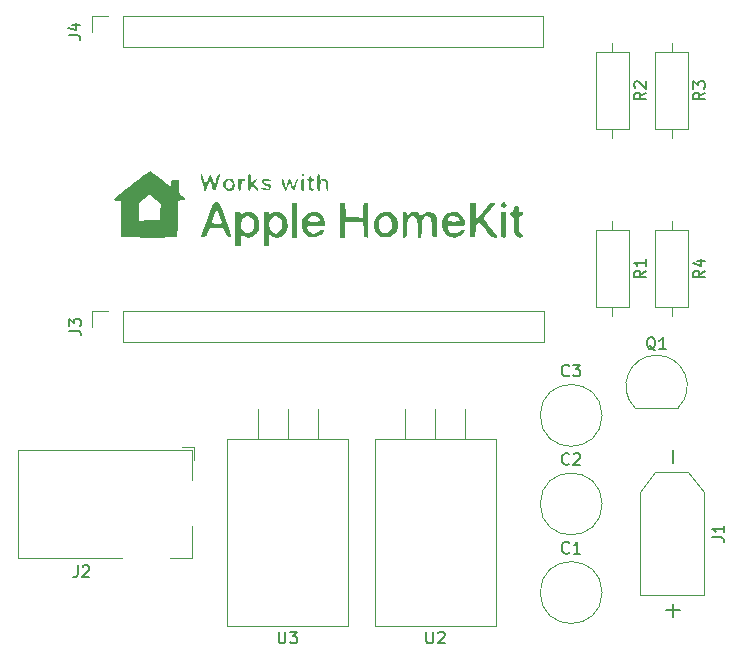
<source format=gbr>
%TF.GenerationSoftware,KiCad,Pcbnew,7.0.7*%
%TF.CreationDate,2023-09-17T16:53:54-03:00*%
%TF.ProjectId,nihon_lamp,6e69686f-6e5f-46c6-916d-702e6b696361,rev?*%
%TF.SameCoordinates,Original*%
%TF.FileFunction,Legend,Top*%
%TF.FilePolarity,Positive*%
%FSLAX46Y46*%
G04 Gerber Fmt 4.6, Leading zero omitted, Abs format (unit mm)*
G04 Created by KiCad (PCBNEW 7.0.7) date 2023-09-17 16:53:54*
%MOMM*%
%LPD*%
G01*
G04 APERTURE LIST*
%ADD10C,0.150000*%
%ADD11C,0.120000*%
G04 APERTURE END LIST*
D10*
X150324819Y-77666666D02*
X149848628Y-77999999D01*
X150324819Y-78238094D02*
X149324819Y-78238094D01*
X149324819Y-78238094D02*
X149324819Y-77857142D01*
X149324819Y-77857142D02*
X149372438Y-77761904D01*
X149372438Y-77761904D02*
X149420057Y-77714285D01*
X149420057Y-77714285D02*
X149515295Y-77666666D01*
X149515295Y-77666666D02*
X149658152Y-77666666D01*
X149658152Y-77666666D02*
X149753390Y-77714285D01*
X149753390Y-77714285D02*
X149801009Y-77761904D01*
X149801009Y-77761904D02*
X149848628Y-77857142D01*
X149848628Y-77857142D02*
X149848628Y-78238094D01*
X149324819Y-77333332D02*
X149324819Y-76714285D01*
X149324819Y-76714285D02*
X149705771Y-77047618D01*
X149705771Y-77047618D02*
X149705771Y-76904761D01*
X149705771Y-76904761D02*
X149753390Y-76809523D01*
X149753390Y-76809523D02*
X149801009Y-76761904D01*
X149801009Y-76761904D02*
X149896247Y-76714285D01*
X149896247Y-76714285D02*
X150134342Y-76714285D01*
X150134342Y-76714285D02*
X150229580Y-76761904D01*
X150229580Y-76761904D02*
X150277200Y-76809523D01*
X150277200Y-76809523D02*
X150324819Y-76904761D01*
X150324819Y-76904761D02*
X150324819Y-77190475D01*
X150324819Y-77190475D02*
X150277200Y-77285713D01*
X150277200Y-77285713D02*
X150229580Y-77333332D01*
X96444819Y-72833333D02*
X97159104Y-72833333D01*
X97159104Y-72833333D02*
X97301961Y-72880952D01*
X97301961Y-72880952D02*
X97397200Y-72976190D01*
X97397200Y-72976190D02*
X97444819Y-73119047D01*
X97444819Y-73119047D02*
X97444819Y-73214285D01*
X96778152Y-71928571D02*
X97444819Y-71928571D01*
X96397200Y-72166666D02*
X97111485Y-72404761D01*
X97111485Y-72404761D02*
X97111485Y-71785714D01*
X145324819Y-92746666D02*
X144848628Y-93079999D01*
X145324819Y-93318094D02*
X144324819Y-93318094D01*
X144324819Y-93318094D02*
X144324819Y-92937142D01*
X144324819Y-92937142D02*
X144372438Y-92841904D01*
X144372438Y-92841904D02*
X144420057Y-92794285D01*
X144420057Y-92794285D02*
X144515295Y-92746666D01*
X144515295Y-92746666D02*
X144658152Y-92746666D01*
X144658152Y-92746666D02*
X144753390Y-92794285D01*
X144753390Y-92794285D02*
X144801009Y-92841904D01*
X144801009Y-92841904D02*
X144848628Y-92937142D01*
X144848628Y-92937142D02*
X144848628Y-93318094D01*
X145324819Y-91794285D02*
X145324819Y-92365713D01*
X145324819Y-92079999D02*
X144324819Y-92079999D01*
X144324819Y-92079999D02*
X144467676Y-92175237D01*
X144467676Y-92175237D02*
X144562914Y-92270475D01*
X144562914Y-92270475D02*
X144610533Y-92365713D01*
X138833333Y-109109580D02*
X138785714Y-109157200D01*
X138785714Y-109157200D02*
X138642857Y-109204819D01*
X138642857Y-109204819D02*
X138547619Y-109204819D01*
X138547619Y-109204819D02*
X138404762Y-109157200D01*
X138404762Y-109157200D02*
X138309524Y-109061961D01*
X138309524Y-109061961D02*
X138261905Y-108966723D01*
X138261905Y-108966723D02*
X138214286Y-108776247D01*
X138214286Y-108776247D02*
X138214286Y-108633390D01*
X138214286Y-108633390D02*
X138261905Y-108442914D01*
X138261905Y-108442914D02*
X138309524Y-108347676D01*
X138309524Y-108347676D02*
X138404762Y-108252438D01*
X138404762Y-108252438D02*
X138547619Y-108204819D01*
X138547619Y-108204819D02*
X138642857Y-108204819D01*
X138642857Y-108204819D02*
X138785714Y-108252438D01*
X138785714Y-108252438D02*
X138833333Y-108300057D01*
X139214286Y-108300057D02*
X139261905Y-108252438D01*
X139261905Y-108252438D02*
X139357143Y-108204819D01*
X139357143Y-108204819D02*
X139595238Y-108204819D01*
X139595238Y-108204819D02*
X139690476Y-108252438D01*
X139690476Y-108252438D02*
X139738095Y-108300057D01*
X139738095Y-108300057D02*
X139785714Y-108395295D01*
X139785714Y-108395295D02*
X139785714Y-108490533D01*
X139785714Y-108490533D02*
X139738095Y-108633390D01*
X139738095Y-108633390D02*
X139166667Y-109204819D01*
X139166667Y-109204819D02*
X139785714Y-109204819D01*
X126738095Y-123304819D02*
X126738095Y-124114342D01*
X126738095Y-124114342D02*
X126785714Y-124209580D01*
X126785714Y-124209580D02*
X126833333Y-124257200D01*
X126833333Y-124257200D02*
X126928571Y-124304819D01*
X126928571Y-124304819D02*
X127119047Y-124304819D01*
X127119047Y-124304819D02*
X127214285Y-124257200D01*
X127214285Y-124257200D02*
X127261904Y-124209580D01*
X127261904Y-124209580D02*
X127309523Y-124114342D01*
X127309523Y-124114342D02*
X127309523Y-123304819D01*
X127738095Y-123400057D02*
X127785714Y-123352438D01*
X127785714Y-123352438D02*
X127880952Y-123304819D01*
X127880952Y-123304819D02*
X128119047Y-123304819D01*
X128119047Y-123304819D02*
X128214285Y-123352438D01*
X128214285Y-123352438D02*
X128261904Y-123400057D01*
X128261904Y-123400057D02*
X128309523Y-123495295D01*
X128309523Y-123495295D02*
X128309523Y-123590533D01*
X128309523Y-123590533D02*
X128261904Y-123733390D01*
X128261904Y-123733390D02*
X127690476Y-124304819D01*
X127690476Y-124304819D02*
X128309523Y-124304819D01*
X138833333Y-101609580D02*
X138785714Y-101657200D01*
X138785714Y-101657200D02*
X138642857Y-101704819D01*
X138642857Y-101704819D02*
X138547619Y-101704819D01*
X138547619Y-101704819D02*
X138404762Y-101657200D01*
X138404762Y-101657200D02*
X138309524Y-101561961D01*
X138309524Y-101561961D02*
X138261905Y-101466723D01*
X138261905Y-101466723D02*
X138214286Y-101276247D01*
X138214286Y-101276247D02*
X138214286Y-101133390D01*
X138214286Y-101133390D02*
X138261905Y-100942914D01*
X138261905Y-100942914D02*
X138309524Y-100847676D01*
X138309524Y-100847676D02*
X138404762Y-100752438D01*
X138404762Y-100752438D02*
X138547619Y-100704819D01*
X138547619Y-100704819D02*
X138642857Y-100704819D01*
X138642857Y-100704819D02*
X138785714Y-100752438D01*
X138785714Y-100752438D02*
X138833333Y-100800057D01*
X139166667Y-100704819D02*
X139785714Y-100704819D01*
X139785714Y-100704819D02*
X139452381Y-101085771D01*
X139452381Y-101085771D02*
X139595238Y-101085771D01*
X139595238Y-101085771D02*
X139690476Y-101133390D01*
X139690476Y-101133390D02*
X139738095Y-101181009D01*
X139738095Y-101181009D02*
X139785714Y-101276247D01*
X139785714Y-101276247D02*
X139785714Y-101514342D01*
X139785714Y-101514342D02*
X139738095Y-101609580D01*
X139738095Y-101609580D02*
X139690476Y-101657200D01*
X139690476Y-101657200D02*
X139595238Y-101704819D01*
X139595238Y-101704819D02*
X139309524Y-101704819D01*
X139309524Y-101704819D02*
X139214286Y-101657200D01*
X139214286Y-101657200D02*
X139166667Y-101609580D01*
X114238095Y-123304819D02*
X114238095Y-124114342D01*
X114238095Y-124114342D02*
X114285714Y-124209580D01*
X114285714Y-124209580D02*
X114333333Y-124257200D01*
X114333333Y-124257200D02*
X114428571Y-124304819D01*
X114428571Y-124304819D02*
X114619047Y-124304819D01*
X114619047Y-124304819D02*
X114714285Y-124257200D01*
X114714285Y-124257200D02*
X114761904Y-124209580D01*
X114761904Y-124209580D02*
X114809523Y-124114342D01*
X114809523Y-124114342D02*
X114809523Y-123304819D01*
X115190476Y-123304819D02*
X115809523Y-123304819D01*
X115809523Y-123304819D02*
X115476190Y-123685771D01*
X115476190Y-123685771D02*
X115619047Y-123685771D01*
X115619047Y-123685771D02*
X115714285Y-123733390D01*
X115714285Y-123733390D02*
X115761904Y-123781009D01*
X115761904Y-123781009D02*
X115809523Y-123876247D01*
X115809523Y-123876247D02*
X115809523Y-124114342D01*
X115809523Y-124114342D02*
X115761904Y-124209580D01*
X115761904Y-124209580D02*
X115714285Y-124257200D01*
X115714285Y-124257200D02*
X115619047Y-124304819D01*
X115619047Y-124304819D02*
X115333333Y-124304819D01*
X115333333Y-124304819D02*
X115238095Y-124257200D01*
X115238095Y-124257200D02*
X115190476Y-124209580D01*
X138833333Y-116609580D02*
X138785714Y-116657200D01*
X138785714Y-116657200D02*
X138642857Y-116704819D01*
X138642857Y-116704819D02*
X138547619Y-116704819D01*
X138547619Y-116704819D02*
X138404762Y-116657200D01*
X138404762Y-116657200D02*
X138309524Y-116561961D01*
X138309524Y-116561961D02*
X138261905Y-116466723D01*
X138261905Y-116466723D02*
X138214286Y-116276247D01*
X138214286Y-116276247D02*
X138214286Y-116133390D01*
X138214286Y-116133390D02*
X138261905Y-115942914D01*
X138261905Y-115942914D02*
X138309524Y-115847676D01*
X138309524Y-115847676D02*
X138404762Y-115752438D01*
X138404762Y-115752438D02*
X138547619Y-115704819D01*
X138547619Y-115704819D02*
X138642857Y-115704819D01*
X138642857Y-115704819D02*
X138785714Y-115752438D01*
X138785714Y-115752438D02*
X138833333Y-115800057D01*
X139785714Y-116704819D02*
X139214286Y-116704819D01*
X139500000Y-116704819D02*
X139500000Y-115704819D01*
X139500000Y-115704819D02*
X139404762Y-115847676D01*
X139404762Y-115847676D02*
X139309524Y-115942914D01*
X139309524Y-115942914D02*
X139214286Y-115990533D01*
X96484819Y-97833333D02*
X97199104Y-97833333D01*
X97199104Y-97833333D02*
X97341961Y-97880952D01*
X97341961Y-97880952D02*
X97437200Y-97976190D01*
X97437200Y-97976190D02*
X97484819Y-98119047D01*
X97484819Y-98119047D02*
X97484819Y-98214285D01*
X96484819Y-97452380D02*
X96484819Y-96833333D01*
X96484819Y-96833333D02*
X96865771Y-97166666D01*
X96865771Y-97166666D02*
X96865771Y-97023809D01*
X96865771Y-97023809D02*
X96913390Y-96928571D01*
X96913390Y-96928571D02*
X96961009Y-96880952D01*
X96961009Y-96880952D02*
X97056247Y-96833333D01*
X97056247Y-96833333D02*
X97294342Y-96833333D01*
X97294342Y-96833333D02*
X97389580Y-96880952D01*
X97389580Y-96880952D02*
X97437200Y-96928571D01*
X97437200Y-96928571D02*
X97484819Y-97023809D01*
X97484819Y-97023809D02*
X97484819Y-97309523D01*
X97484819Y-97309523D02*
X97437200Y-97404761D01*
X97437200Y-97404761D02*
X97389580Y-97452380D01*
X150324819Y-92746666D02*
X149848628Y-93079999D01*
X150324819Y-93318094D02*
X149324819Y-93318094D01*
X149324819Y-93318094D02*
X149324819Y-92937142D01*
X149324819Y-92937142D02*
X149372438Y-92841904D01*
X149372438Y-92841904D02*
X149420057Y-92794285D01*
X149420057Y-92794285D02*
X149515295Y-92746666D01*
X149515295Y-92746666D02*
X149658152Y-92746666D01*
X149658152Y-92746666D02*
X149753390Y-92794285D01*
X149753390Y-92794285D02*
X149801009Y-92841904D01*
X149801009Y-92841904D02*
X149848628Y-92937142D01*
X149848628Y-92937142D02*
X149848628Y-93318094D01*
X149658152Y-91889523D02*
X150324819Y-91889523D01*
X149277200Y-92127618D02*
X149991485Y-92365713D01*
X149991485Y-92365713D02*
X149991485Y-91746666D01*
X150954819Y-115333333D02*
X151669104Y-115333333D01*
X151669104Y-115333333D02*
X151811961Y-115380952D01*
X151811961Y-115380952D02*
X151907200Y-115476190D01*
X151907200Y-115476190D02*
X151954819Y-115619047D01*
X151954819Y-115619047D02*
X151954819Y-115714285D01*
X151954819Y-114333333D02*
X151954819Y-114904761D01*
X151954819Y-114619047D02*
X150954819Y-114619047D01*
X150954819Y-114619047D02*
X151097676Y-114714285D01*
X151097676Y-114714285D02*
X151192914Y-114809523D01*
X151192914Y-114809523D02*
X151240533Y-114904761D01*
X147614700Y-122071428D02*
X147614700Y-120928571D01*
X148186128Y-121499999D02*
X147043271Y-121499999D01*
X147614700Y-109071428D02*
X147614700Y-107928571D01*
X97216666Y-117704819D02*
X97216666Y-118419104D01*
X97216666Y-118419104D02*
X97169047Y-118561961D01*
X97169047Y-118561961D02*
X97073809Y-118657200D01*
X97073809Y-118657200D02*
X96930952Y-118704819D01*
X96930952Y-118704819D02*
X96835714Y-118704819D01*
X97645238Y-117800057D02*
X97692857Y-117752438D01*
X97692857Y-117752438D02*
X97788095Y-117704819D01*
X97788095Y-117704819D02*
X98026190Y-117704819D01*
X98026190Y-117704819D02*
X98121428Y-117752438D01*
X98121428Y-117752438D02*
X98169047Y-117800057D01*
X98169047Y-117800057D02*
X98216666Y-117895295D01*
X98216666Y-117895295D02*
X98216666Y-117990533D01*
X98216666Y-117990533D02*
X98169047Y-118133390D01*
X98169047Y-118133390D02*
X97597619Y-118704819D01*
X97597619Y-118704819D02*
X98216666Y-118704819D01*
X145324819Y-77666666D02*
X144848628Y-77999999D01*
X145324819Y-78238094D02*
X144324819Y-78238094D01*
X144324819Y-78238094D02*
X144324819Y-77857142D01*
X144324819Y-77857142D02*
X144372438Y-77761904D01*
X144372438Y-77761904D02*
X144420057Y-77714285D01*
X144420057Y-77714285D02*
X144515295Y-77666666D01*
X144515295Y-77666666D02*
X144658152Y-77666666D01*
X144658152Y-77666666D02*
X144753390Y-77714285D01*
X144753390Y-77714285D02*
X144801009Y-77761904D01*
X144801009Y-77761904D02*
X144848628Y-77857142D01*
X144848628Y-77857142D02*
X144848628Y-78238094D01*
X144420057Y-77285713D02*
X144372438Y-77238094D01*
X144372438Y-77238094D02*
X144324819Y-77142856D01*
X144324819Y-77142856D02*
X144324819Y-76904761D01*
X144324819Y-76904761D02*
X144372438Y-76809523D01*
X144372438Y-76809523D02*
X144420057Y-76761904D01*
X144420057Y-76761904D02*
X144515295Y-76714285D01*
X144515295Y-76714285D02*
X144610533Y-76714285D01*
X144610533Y-76714285D02*
X144753390Y-76761904D01*
X144753390Y-76761904D02*
X145324819Y-77333332D01*
X145324819Y-77333332D02*
X145324819Y-76714285D01*
X146134761Y-99490057D02*
X146039523Y-99442438D01*
X146039523Y-99442438D02*
X145944285Y-99347200D01*
X145944285Y-99347200D02*
X145801428Y-99204342D01*
X145801428Y-99204342D02*
X145706190Y-99156723D01*
X145706190Y-99156723D02*
X145610952Y-99156723D01*
X145658571Y-99394819D02*
X145563333Y-99347200D01*
X145563333Y-99347200D02*
X145468095Y-99251961D01*
X145468095Y-99251961D02*
X145420476Y-99061485D01*
X145420476Y-99061485D02*
X145420476Y-98728152D01*
X145420476Y-98728152D02*
X145468095Y-98537676D01*
X145468095Y-98537676D02*
X145563333Y-98442438D01*
X145563333Y-98442438D02*
X145658571Y-98394819D01*
X145658571Y-98394819D02*
X145849047Y-98394819D01*
X145849047Y-98394819D02*
X145944285Y-98442438D01*
X145944285Y-98442438D02*
X146039523Y-98537676D01*
X146039523Y-98537676D02*
X146087142Y-98728152D01*
X146087142Y-98728152D02*
X146087142Y-99061485D01*
X146087142Y-99061485D02*
X146039523Y-99251961D01*
X146039523Y-99251961D02*
X145944285Y-99347200D01*
X145944285Y-99347200D02*
X145849047Y-99394819D01*
X145849047Y-99394819D02*
X145658571Y-99394819D01*
X147039523Y-99394819D02*
X146468095Y-99394819D01*
X146753809Y-99394819D02*
X146753809Y-98394819D01*
X146753809Y-98394819D02*
X146658571Y-98537676D01*
X146658571Y-98537676D02*
X146563333Y-98632914D01*
X146563333Y-98632914D02*
X146468095Y-98680533D01*
%TO.C,G\u002A\u002A\u002A*%
G36*
X110988104Y-87789677D02*
G01*
X111043812Y-87885801D01*
X111059168Y-87970272D01*
X111135306Y-87950390D01*
X111232614Y-87885801D01*
X111499000Y-87781604D01*
X111824995Y-87759834D01*
X112119410Y-87824911D01*
X112152866Y-87841177D01*
X112347843Y-88024370D01*
X112500633Y-88312931D01*
X112577520Y-88643105D01*
X112577624Y-88644359D01*
X112590328Y-89023442D01*
X112542887Y-89295609D01*
X112419043Y-89517530D01*
X112284080Y-89667467D01*
X111977372Y-89892445D01*
X111661545Y-89952404D01*
X111313722Y-89851102D01*
X111277424Y-89832833D01*
X111043812Y-89711375D01*
X111043812Y-90172021D01*
X111039401Y-90436418D01*
X111010712Y-90573389D01*
X110934561Y-90624837D01*
X110788963Y-90632667D01*
X110534113Y-90632667D01*
X110534113Y-89193334D01*
X110534113Y-88854667D01*
X111043812Y-88854667D01*
X111087024Y-89160403D01*
X111236012Y-89392225D01*
X111252326Y-89408849D01*
X111464137Y-89575295D01*
X111654702Y-89596892D01*
X111878344Y-89476256D01*
X111924329Y-89441188D01*
X112066382Y-89298861D01*
X112132372Y-89122592D01*
X112148160Y-88854667D01*
X112131300Y-88580584D01*
X112063486Y-88406235D01*
X111924329Y-88268145D01*
X111689466Y-88123195D01*
X111497068Y-88120027D01*
X111292811Y-88261256D01*
X111252326Y-88300485D01*
X111094197Y-88529865D01*
X111044032Y-88827349D01*
X111043812Y-88854667D01*
X110534113Y-88854667D01*
X110534113Y-87754000D01*
X110788963Y-87754000D01*
X110988104Y-87789677D01*
G37*
G36*
X113382538Y-87799444D02*
G01*
X113422408Y-87885801D01*
X113437764Y-87970272D01*
X113513902Y-87950390D01*
X113611209Y-87885801D01*
X113902662Y-87773266D01*
X114243970Y-87769667D01*
X114557451Y-87872059D01*
X114636574Y-87924657D01*
X114857264Y-88196330D01*
X114983629Y-88557277D01*
X115012496Y-88953870D01*
X114940691Y-89332483D01*
X114765040Y-89639489D01*
X114739642Y-89666187D01*
X114437788Y-89869829D01*
X114100958Y-89943586D01*
X113776670Y-89884595D01*
X113555773Y-89737492D01*
X113482626Y-89680001D01*
X113442476Y-89711106D01*
X113425637Y-89858486D01*
X113422408Y-90118619D01*
X113418034Y-90402234D01*
X113394024Y-90556084D01*
X113334044Y-90619706D01*
X113221758Y-90632638D01*
X113210033Y-90632667D01*
X112997659Y-90632667D01*
X112997659Y-89193334D01*
X112997659Y-88854667D01*
X113422408Y-88854667D01*
X113477908Y-89148718D01*
X113621216Y-89404693D01*
X113817546Y-89574586D01*
X113974582Y-89616667D01*
X114123391Y-89560330D01*
X114303459Y-89423260D01*
X114318242Y-89408849D01*
X114486721Y-89140515D01*
X114541549Y-88823744D01*
X114483504Y-88516452D01*
X114313365Y-88276554D01*
X114302925Y-88268145D01*
X114068062Y-88123195D01*
X113875664Y-88120027D01*
X113671406Y-88261256D01*
X113630921Y-88300485D01*
X113472793Y-88529865D01*
X113422627Y-88827349D01*
X113422408Y-88854667D01*
X112997659Y-88854667D01*
X112997659Y-87754000D01*
X113210033Y-87754000D01*
X113382538Y-87799444D01*
G37*
G36*
X103480809Y-84387256D02*
G01*
X103687653Y-84535993D01*
X103964509Y-84744597D01*
X104237711Y-84956638D01*
X104543283Y-85193569D01*
X104799299Y-85385869D01*
X104977109Y-85512425D01*
X105046578Y-85552667D01*
X105082233Y-85478974D01*
X105097321Y-85301462D01*
X105097324Y-85298667D01*
X105110743Y-85135800D01*
X105183457Y-85063399D01*
X105364158Y-85045068D01*
X105437123Y-85044667D01*
X105776923Y-85044667D01*
X105776923Y-85626420D01*
X105781064Y-85936133D01*
X105806301Y-86127260D01*
X105871855Y-86250538D01*
X105996947Y-86356704D01*
X106073619Y-86409586D01*
X106280644Y-86578537D01*
X106325842Y-86698387D01*
X106208286Y-86774416D01*
X106003968Y-86806611D01*
X105691973Y-86832889D01*
X105691973Y-88342719D01*
X105690171Y-88891552D01*
X105683448Y-89294029D01*
X105669829Y-89573102D01*
X105647339Y-89751723D01*
X105614001Y-89852845D01*
X105567840Y-89899420D01*
X105557600Y-89903942D01*
X105438844Y-89917312D01*
X105178442Y-89927984D01*
X104804624Y-89936002D01*
X104345621Y-89941409D01*
X103829664Y-89944248D01*
X103284984Y-89944561D01*
X102739812Y-89942393D01*
X102222379Y-89937787D01*
X101760915Y-89930785D01*
X101383652Y-89921431D01*
X101118821Y-89909767D01*
X100998495Y-89896971D01*
X100945202Y-89869401D01*
X100906315Y-89803036D01*
X100879605Y-89674544D01*
X100862843Y-89460594D01*
X100853802Y-89137853D01*
X100850253Y-88682990D01*
X100850055Y-88521729D01*
X102378929Y-88521729D01*
X103292140Y-88497698D01*
X104205351Y-88473667D01*
X104230130Y-87768613D01*
X104254909Y-87063558D01*
X103890331Y-86730800D01*
X103613244Y-86493006D01*
X103405905Y-86375307D01*
X103221662Y-86374453D01*
X103013862Y-86487189D01*
X102801786Y-86654913D01*
X102378929Y-87007768D01*
X102378929Y-87764749D01*
X102378929Y-88521729D01*
X100850055Y-88521729D01*
X100849832Y-88340459D01*
X100849832Y-86822667D01*
X100545429Y-86822667D01*
X100330093Y-86798482D01*
X100274094Y-86724984D01*
X100276249Y-86717349D01*
X100354676Y-86625531D01*
X100543530Y-86454368D01*
X100819447Y-86221922D01*
X101159063Y-85946258D01*
X101539014Y-85645439D01*
X101935935Y-85337529D01*
X102326463Y-85040590D01*
X102687233Y-84772686D01*
X102994883Y-84551882D01*
X103226047Y-84396239D01*
X103357362Y-84323822D01*
X103375247Y-84321417D01*
X103480809Y-84387256D01*
G37*
G36*
X115801003Y-88473667D02*
G01*
X115801003Y-89955334D01*
X115588628Y-89955334D01*
X115376254Y-89955334D01*
X115376254Y-88473667D01*
X115376254Y-86992000D01*
X115588628Y-86992000D01*
X115801003Y-86992000D01*
X115801003Y-88473667D01*
G37*
G36*
X117513011Y-87820022D02*
G01*
X117813461Y-87974669D01*
X117956903Y-88131184D01*
X118059265Y-88347756D01*
X118137119Y-88613874D01*
X118140398Y-88630622D01*
X118198507Y-88939334D01*
X117424504Y-88939334D01*
X117058596Y-88942098D01*
X116830410Y-88955082D01*
X116707794Y-88985318D01*
X116658602Y-89039840D01*
X116650501Y-89108667D01*
X116724320Y-89325254D01*
X116905525Y-89511894D01*
X117133742Y-89611864D01*
X117191219Y-89616667D01*
X117401403Y-89564945D01*
X117608130Y-89447334D01*
X117822530Y-89317485D01*
X117991390Y-89282507D01*
X118078661Y-89344705D01*
X118079640Y-89417194D01*
X117965664Y-89603044D01*
X117733759Y-89765187D01*
X117435855Y-89883721D01*
X117123879Y-89938745D01*
X116849761Y-89910354D01*
X116820401Y-89899813D01*
X116515970Y-89695332D01*
X116306481Y-89388232D01*
X116198914Y-89020766D01*
X116200248Y-88635186D01*
X116236164Y-88524435D01*
X116678298Y-88524435D01*
X116810402Y-88579845D01*
X117094917Y-88599858D01*
X117200009Y-88600667D01*
X117495295Y-88595658D01*
X117653950Y-88574056D01*
X117709111Y-88525999D01*
X117697838Y-88452500D01*
X117540627Y-88220633D01*
X117304042Y-88107916D01*
X117039592Y-88125532D01*
X116820401Y-88262000D01*
X116685874Y-88422273D01*
X116678298Y-88524435D01*
X116236164Y-88524435D01*
X116317462Y-88273745D01*
X116509941Y-88020300D01*
X116809885Y-87838901D01*
X117161364Y-87773454D01*
X117513011Y-87820022D01*
G37*
G36*
X119770499Y-87001816D02*
G01*
X119835037Y-87055386D01*
X119869885Y-87188896D01*
X119888814Y-87438533D01*
X119896111Y-87605834D01*
X119921070Y-88219667D01*
X120664381Y-88244130D01*
X121407692Y-88268593D01*
X121407692Y-87630296D01*
X121410306Y-87306287D01*
X121426039Y-87116028D01*
X121466729Y-87023943D01*
X121544213Y-86994454D01*
X121620067Y-86992000D01*
X121832441Y-86992000D01*
X121832441Y-88479555D01*
X121832441Y-89967111D01*
X121641304Y-89940055D01*
X121544338Y-89913137D01*
X121484818Y-89841976D01*
X121451250Y-89690213D01*
X121432143Y-89421487D01*
X121425356Y-89256834D01*
X121400545Y-88600667D01*
X120639570Y-88600667D01*
X119878595Y-88600667D01*
X119878595Y-89278000D01*
X119876332Y-89613930D01*
X119862321Y-89815077D01*
X119825729Y-89915992D01*
X119755723Y-89951224D01*
X119666220Y-89955334D01*
X119453846Y-89955334D01*
X119453846Y-88473667D01*
X119453846Y-86992000D01*
X119662499Y-86992000D01*
X119770499Y-87001816D01*
G37*
G36*
X123638640Y-87820121D02*
G01*
X123939492Y-87957583D01*
X123989353Y-87999284D01*
X124237471Y-88326818D01*
X124353076Y-88692411D01*
X124345856Y-89062684D01*
X124225499Y-89404259D01*
X124001694Y-89683758D01*
X123684129Y-89867802D01*
X123431707Y-89920459D01*
X123173829Y-89928246D01*
X122975316Y-89910762D01*
X122936789Y-89900008D01*
X122628698Y-89693828D01*
X122419014Y-89386342D01*
X122314029Y-89018529D01*
X122315488Y-88924548D01*
X122719061Y-88924548D01*
X122766673Y-89150347D01*
X122925202Y-89446739D01*
X123141330Y-89594553D01*
X123391891Y-89587107D01*
X123653717Y-89417716D01*
X123662724Y-89408849D01*
X123830356Y-89131664D01*
X123872699Y-88797435D01*
X123787995Y-88465370D01*
X123695172Y-88315752D01*
X123476678Y-88135569D01*
X123246973Y-88098190D01*
X123031208Y-88181005D01*
X122854533Y-88361408D01*
X122742101Y-88616791D01*
X122719061Y-88924548D01*
X122315488Y-88924548D01*
X122320039Y-88631369D01*
X122443337Y-88265842D01*
X122645354Y-88002486D01*
X122926378Y-87842728D01*
X123279204Y-87781888D01*
X123638640Y-87820121D01*
G37*
G36*
X126009009Y-87818266D02*
G01*
X126136133Y-87916367D01*
X126239232Y-88020676D01*
X126330493Y-88025094D01*
X126479454Y-87928505D01*
X126503999Y-87910449D01*
X126797950Y-87779915D01*
X127064516Y-87769249D01*
X127321618Y-87833046D01*
X127502946Y-87988106D01*
X127616590Y-88252760D01*
X127670636Y-88645338D01*
X127674220Y-89151000D01*
X127661582Y-89511711D01*
X127643198Y-89735703D01*
X127609023Y-89855538D01*
X127549012Y-89903774D01*
X127453120Y-89912973D01*
X127439130Y-89913000D01*
X127340569Y-89906744D01*
X127277355Y-89866844D01*
X127240197Y-89761603D01*
X127219803Y-89559326D01*
X127206881Y-89228314D01*
X127203348Y-89108667D01*
X127185142Y-88706593D01*
X127154664Y-88441668D01*
X127106106Y-88281830D01*
X127038450Y-88198500D01*
X126827724Y-88100896D01*
X126630043Y-88156803D01*
X126504682Y-88262000D01*
X126421277Y-88369287D01*
X126370098Y-88514704D01*
X126343811Y-88738456D01*
X126335081Y-89080748D01*
X126334782Y-89193334D01*
X126331943Y-89555368D01*
X126318636Y-89780331D01*
X126287674Y-89900450D01*
X126231872Y-89947954D01*
X126164883Y-89955334D01*
X126085839Y-89943162D01*
X126035986Y-89885683D01*
X126008666Y-89751450D01*
X125997219Y-89509014D01*
X125994983Y-89152952D01*
X125992318Y-88777122D01*
X125978663Y-88532993D01*
X125945531Y-88382952D01*
X125884432Y-88289384D01*
X125786879Y-88214676D01*
X125782608Y-88211881D01*
X125615841Y-88122387D01*
X125484654Y-88137230D01*
X125361049Y-88209798D01*
X125261756Y-88287192D01*
X125198209Y-88387594D01*
X125160705Y-88549208D01*
X125139541Y-88810239D01*
X125127437Y-89129702D01*
X125113353Y-89497874D01*
X125093118Y-89729896D01*
X125057910Y-89858932D01*
X124998907Y-89918144D01*
X124911873Y-89940055D01*
X124834147Y-89945974D01*
X124780997Y-89920226D01*
X124747751Y-89836438D01*
X124729741Y-89668236D01*
X124722297Y-89389247D01*
X124720749Y-88973098D01*
X124720735Y-88860555D01*
X124722163Y-88409820D01*
X124729199Y-88101496D01*
X124745977Y-87908670D01*
X124776630Y-87804425D01*
X124825290Y-87761846D01*
X124890635Y-87754000D01*
X125029725Y-87810610D01*
X125060535Y-87939298D01*
X125060535Y-88124597D01*
X125233744Y-87939298D01*
X125465128Y-87794197D01*
X125746270Y-87753275D01*
X126009009Y-87818266D01*
G37*
G36*
X129361028Y-87810525D02*
G01*
X129694734Y-88037836D01*
X129698796Y-88041867D01*
X129871097Y-88247555D01*
X129974410Y-88436443D01*
X129987625Y-88500609D01*
X130013141Y-88714192D01*
X130039189Y-88805409D01*
X130043380Y-88869071D01*
X129977461Y-88908963D01*
X129812983Y-88930364D01*
X129521496Y-88938548D01*
X129317115Y-88939334D01*
X128952585Y-88941078D01*
X128725457Y-88952106D01*
X128603236Y-88981105D01*
X128553425Y-89036765D01*
X128543529Y-89127775D01*
X128543478Y-89146199D01*
X128615303Y-89375425D01*
X128797756Y-89532179D01*
X129041307Y-89600500D01*
X129296424Y-89564426D01*
X129477926Y-89447334D01*
X129631214Y-89342868D01*
X129807348Y-89281472D01*
X129945445Y-89277650D01*
X129987625Y-89325900D01*
X129915813Y-89514673D01*
X129733597Y-89705859D01*
X129516292Y-89835501D01*
X129145655Y-89941062D01*
X128811607Y-89913545D01*
X128570746Y-89818741D01*
X128299239Y-89599977D01*
X128127866Y-89287927D01*
X128056192Y-88924575D01*
X128083780Y-88551899D01*
X128139977Y-88400749D01*
X128553787Y-88400749D01*
X128558636Y-88514469D01*
X128718542Y-88579312D01*
X129038673Y-88600642D01*
X129053177Y-88600667D01*
X129374681Y-88584633D01*
X129540645Y-88537548D01*
X129562876Y-88501500D01*
X129490285Y-88300614D01*
X129307853Y-88164472D01*
X129068595Y-88109562D01*
X128825526Y-88152370D01*
X128698829Y-88232789D01*
X128553787Y-88400749D01*
X128139977Y-88400749D01*
X128210197Y-88211882D01*
X128435005Y-87946504D01*
X128591141Y-87851716D01*
X128990792Y-87748078D01*
X129361028Y-87810525D01*
G37*
G36*
X130924197Y-87690500D02*
G01*
X130926321Y-88389000D01*
X131243073Y-88050334D01*
X131495372Y-87773731D01*
X131766165Y-87466898D01*
X131870444Y-87345476D01*
X132075576Y-87126527D01*
X132236511Y-87022561D01*
X132399226Y-87005044D01*
X132416188Y-87006809D01*
X132522331Y-87023717D01*
X132566266Y-87059983D01*
X132536306Y-87140749D01*
X132420767Y-87291160D01*
X132207965Y-87536359D01*
X132127969Y-87627000D01*
X131899399Y-87892994D01*
X131721104Y-88114074D01*
X131618346Y-88258225D01*
X131603149Y-88292167D01*
X131651672Y-88385487D01*
X131783803Y-88579853D01*
X131977412Y-88843769D01*
X132138555Y-89054167D01*
X132420315Y-89416776D01*
X132608197Y-89666221D01*
X132711789Y-89823649D01*
X132740679Y-89910208D01*
X132704456Y-89947045D01*
X132612709Y-89955309D01*
X132547147Y-89955334D01*
X132413754Y-89936549D01*
X132280873Y-89864220D01*
X132120459Y-89714388D01*
X131904470Y-89463090D01*
X131758838Y-89281787D01*
X131514867Y-88978857D01*
X131349599Y-88791679D01*
X131238964Y-88701167D01*
X131158892Y-88688232D01*
X131085311Y-88733788D01*
X131077027Y-88741147D01*
X130974861Y-88913082D01*
X130917274Y-89216486D01*
X130904637Y-89393527D01*
X130883170Y-89685020D01*
X130844684Y-89847117D01*
X130774623Y-89919739D01*
X130706203Y-89937738D01*
X130537403Y-89932074D01*
X130472591Y-89902461D01*
X130452650Y-89801794D01*
X130435499Y-89560999D01*
X130422319Y-89209275D01*
X130414296Y-88775820D01*
X130412374Y-88417222D01*
X130412374Y-86992000D01*
X130667224Y-86992000D01*
X130922073Y-86992000D01*
X130924197Y-87690500D01*
G37*
G36*
X133470568Y-88854667D02*
G01*
X133468770Y-89305283D01*
X133460851Y-89613329D01*
X133443026Y-89805552D01*
X133411513Y-89908700D01*
X133362524Y-89949520D01*
X133314827Y-89955334D01*
X133153301Y-89927692D01*
X133102452Y-89898889D01*
X133080744Y-89797040D01*
X133062883Y-89560510D01*
X133050652Y-89223940D01*
X133045834Y-88821969D01*
X133045819Y-88798222D01*
X133045819Y-87754000D01*
X133258194Y-87754000D01*
X133470568Y-87754000D01*
X133470568Y-88854667D01*
G37*
G36*
X134514320Y-87273338D02*
G01*
X134569844Y-87389546D01*
X134574916Y-87500000D01*
X134601616Y-87685920D01*
X134700958Y-87751380D01*
X134744816Y-87754000D01*
X134886793Y-87813869D01*
X134914715Y-87923334D01*
X134854647Y-88064838D01*
X134744816Y-88092667D01*
X134661940Y-88106155D01*
X134611441Y-88168774D01*
X134585411Y-88313760D01*
X134575940Y-88574346D01*
X134574916Y-88806628D01*
X134578914Y-89158763D01*
X134596194Y-89377487D01*
X134634688Y-89498638D01*
X134702327Y-89558053D01*
X134744816Y-89574334D01*
X134882898Y-89686592D01*
X134914715Y-89791706D01*
X134848133Y-89912923D01*
X134686520Y-89958145D01*
X134487078Y-89926563D01*
X134307007Y-89817372D01*
X134290758Y-89800500D01*
X134217273Y-89675364D01*
X134173258Y-89474582D01*
X134153118Y-89162468D01*
X134150167Y-88903574D01*
X134146602Y-88544337D01*
X134130916Y-88319718D01*
X134095621Y-88195063D01*
X134033231Y-88135719D01*
X133980267Y-88117199D01*
X133841452Y-88013678D01*
X133810368Y-87913459D01*
X133875065Y-87779200D01*
X133980267Y-87754000D01*
X134104629Y-87714084D01*
X134148414Y-87565567D01*
X134150167Y-87500000D01*
X134173024Y-87318473D01*
X134270188Y-87252066D01*
X134362542Y-87246000D01*
X134514320Y-87273338D01*
G37*
G36*
X109135803Y-86941210D02*
G01*
X109205704Y-87008751D01*
X109283305Y-87144991D01*
X109380558Y-87371644D01*
X109509416Y-87710424D01*
X109681831Y-88183044D01*
X109716976Y-88280037D01*
X109883318Y-88738832D01*
X110031298Y-89146332D01*
X110150552Y-89474047D01*
X110230715Y-89693487D01*
X110259599Y-89771581D01*
X110241321Y-89849894D01*
X110085141Y-89858491D01*
X110064687Y-89856248D01*
X109898769Y-89805589D01*
X109782959Y-89671371D01*
X109694427Y-89465169D01*
X109562117Y-89102004D01*
X108971800Y-89126502D01*
X108381483Y-89151000D01*
X108261421Y-89510834D01*
X108170312Y-89738127D01*
X108069738Y-89843436D01*
X107915646Y-89870562D01*
X107899523Y-89870667D01*
X107657687Y-89870667D01*
X107914769Y-89172167D01*
X108070191Y-88748640D01*
X108087306Y-88701825D01*
X108580267Y-88701825D01*
X108656694Y-88740721D01*
X108852098Y-88765405D01*
X109005016Y-88770000D01*
X109247402Y-88764765D01*
X109401182Y-88751382D01*
X109429766Y-88740921D01*
X109404458Y-88651863D01*
X109339919Y-88453316D01*
X109253221Y-88195554D01*
X109161439Y-87928852D01*
X109081646Y-87703484D01*
X109037089Y-87584667D01*
X108986600Y-87588346D01*
X108901853Y-87739058D01*
X108792032Y-88020130D01*
X108783159Y-88045659D01*
X108684234Y-88341060D01*
X108612010Y-88573334D01*
X108580620Y-88696772D01*
X108580267Y-88701825D01*
X108087306Y-88701825D01*
X108249264Y-88258809D01*
X108418005Y-87795659D01*
X108448521Y-87711667D01*
X108581358Y-87356287D01*
X108680888Y-87130683D01*
X108767617Y-87004012D01*
X108862049Y-86945433D01*
X108971291Y-86925370D01*
X109061650Y-86920654D01*
X109135803Y-86941210D01*
G37*
G36*
X133379634Y-86952971D02*
G01*
X133439710Y-87009625D01*
X133531776Y-87183669D01*
X133489055Y-87337318D01*
X133330947Y-87413969D01*
X133300669Y-87415334D01*
X133134978Y-87358045D01*
X133074011Y-87281768D01*
X133087355Y-87122570D01*
X133161627Y-87009625D01*
X133280430Y-86916476D01*
X133379634Y-86952971D01*
G37*
G36*
X110340191Y-85021538D02*
G01*
X110485774Y-85210999D01*
X110534100Y-85535655D01*
X110534113Y-85542300D01*
X110462136Y-85808629D01*
X110345312Y-85928866D01*
X110124565Y-86042934D01*
X109938162Y-86021945D01*
X109729390Y-85858966D01*
X109723229Y-85852849D01*
X109553015Y-85592606D01*
X109546000Y-85500718D01*
X109769696Y-85500718D01*
X109792344Y-85692221D01*
X109826198Y-85750222D01*
X109988461Y-85812275D01*
X110179788Y-85775800D01*
X110312168Y-85660846D01*
X110321739Y-85637334D01*
X110341888Y-85400392D01*
X110266987Y-85206179D01*
X110129085Y-85091425D01*
X109960234Y-85092859D01*
X109886222Y-85138240D01*
X109803891Y-85286461D01*
X109769696Y-85500718D01*
X109546000Y-85500718D01*
X109533474Y-85336626D01*
X109649123Y-85122410D01*
X109884482Y-84987456D01*
X110091827Y-84960000D01*
X110340191Y-85021538D01*
G37*
G36*
X117715257Y-84617821D02*
G01*
X117769491Y-84855624D01*
X117783851Y-85241585D01*
X117768225Y-85616167D01*
X117735662Y-85906726D01*
X117681498Y-86042961D01*
X117597850Y-86039329D01*
X117556633Y-86004222D01*
X117530601Y-85898814D01*
X117510881Y-85667653D01*
X117500709Y-85354294D01*
X117500000Y-85242222D01*
X117506110Y-84883352D01*
X117527711Y-84665179D01*
X117569709Y-84559398D01*
X117622296Y-84536667D01*
X117715257Y-84617821D01*
G37*
G36*
X109230251Y-84583024D02*
G01*
X109235232Y-84739696D01*
X109194524Y-84938288D01*
X109109896Y-85238093D01*
X109021271Y-85564813D01*
X109007739Y-85616167D01*
X108911868Y-85872166D01*
X108806827Y-85960218D01*
X108699238Y-85880976D01*
X108595724Y-85635091D01*
X108578211Y-85573834D01*
X108488457Y-85265292D01*
X108423314Y-85117736D01*
X108371181Y-85126708D01*
X108320456Y-85287751D01*
X108284797Y-85461117D01*
X108208412Y-85743761D01*
X108115935Y-85921531D01*
X108023777Y-85974226D01*
X107948350Y-85881641D01*
X107946792Y-85877208D01*
X107894026Y-85699656D01*
X107825056Y-85436984D01*
X107753032Y-85143673D01*
X107691105Y-84874206D01*
X107652425Y-84683063D01*
X107645819Y-84630279D01*
X107702417Y-84540950D01*
X107726494Y-84536667D01*
X107783729Y-84612702D01*
X107852001Y-84810624D01*
X107907957Y-85047253D01*
X107967781Y-85304546D01*
X108024024Y-85470078D01*
X108060894Y-85507851D01*
X108113124Y-85404052D01*
X108189990Y-85192814D01*
X108240468Y-85033345D01*
X108326915Y-84794840D01*
X108411102Y-84641324D01*
X108452843Y-84609904D01*
X108517211Y-84685702D01*
X108595712Y-84880622D01*
X108652999Y-85081265D01*
X108739221Y-85368043D01*
X108816372Y-85485797D01*
X108885055Y-85434561D01*
X108945876Y-85214370D01*
X108965171Y-85099034D01*
X109015541Y-84845096D01*
X109074844Y-84653013D01*
X109092885Y-84616626D01*
X109179537Y-84531667D01*
X109230251Y-84583024D01*
G37*
G36*
X111350931Y-84993563D02*
G01*
X111460372Y-85041988D01*
X111438789Y-85099722D01*
X111277424Y-85144612D01*
X111157947Y-85186292D01*
X111094460Y-85298089D01*
X111063677Y-85526056D01*
X111060395Y-85573834D01*
X111023264Y-85843999D01*
X110952547Y-85965164D01*
X110911733Y-85976000D01*
X110839075Y-85931836D01*
X110800588Y-85779599D01*
X110788973Y-85489677D01*
X110788963Y-85477981D01*
X110788963Y-84979962D01*
X111128762Y-84975288D01*
X111350931Y-84993563D01*
G37*
G36*
X111844736Y-84580901D02*
G01*
X111885079Y-84734512D01*
X111895995Y-84981167D01*
X111898680Y-85425667D01*
X112104295Y-85192834D01*
X112266665Y-85038637D01*
X112398809Y-84961902D01*
X112413743Y-84960000D01*
X112433804Y-85011411D01*
X112348931Y-85137919D01*
X112323847Y-85165528D01*
X112130118Y-85371055D01*
X112361596Y-85673528D01*
X112493920Y-85866473D01*
X112513419Y-85959503D01*
X112465337Y-85976000D01*
X112330602Y-85910906D01*
X112198447Y-85764334D01*
X112073973Y-85613119D01*
X111976302Y-85552667D01*
X111913911Y-85625135D01*
X111893311Y-85764334D01*
X111849002Y-85934572D01*
X111765886Y-85976000D01*
X111702180Y-85945275D01*
X111663190Y-85833433D01*
X111643692Y-85610973D01*
X111638461Y-85256334D01*
X111643901Y-84896538D01*
X111663704Y-84676331D01*
X111703093Y-84566210D01*
X111765886Y-84536667D01*
X111844736Y-84580901D01*
G37*
G36*
X113383941Y-84992797D02*
G01*
X113541114Y-85065509D01*
X113573423Y-85113671D01*
X113558797Y-85180990D01*
X113429313Y-85187269D01*
X113292990Y-85165708D01*
X113086644Y-85139080D01*
X113010111Y-85169206D01*
X113014991Y-85223704D01*
X113119318Y-85321362D01*
X113301991Y-85384165D01*
X113481128Y-85443971D01*
X113544822Y-85576693D01*
X113549832Y-85680498D01*
X113531499Y-85851297D01*
X113442617Y-85929027D01*
X113245237Y-85959115D01*
X112960461Y-85935239D01*
X112828771Y-85850216D01*
X112777303Y-85770095D01*
X112825405Y-85743546D01*
X113002386Y-85761698D01*
X113080955Y-85773891D01*
X113308811Y-85799914D01*
X113404488Y-85777053D01*
X113406173Y-85715791D01*
X113300643Y-85607227D01*
X113169300Y-85553077D01*
X112950415Y-85439485D01*
X112842456Y-85254802D01*
X112856032Y-85093357D01*
X112968947Y-85004669D01*
X113169067Y-84971833D01*
X113383941Y-84992797D01*
G37*
G36*
X114652610Y-85039974D02*
G01*
X114725060Y-85282485D01*
X114734936Y-85342639D01*
X114790485Y-85590130D01*
X114853499Y-85669763D01*
X114918267Y-85582504D01*
X114979080Y-85329318D01*
X114983825Y-85300543D01*
X115051620Y-85054937D01*
X115142480Y-84973553D01*
X115245634Y-85054672D01*
X115350309Y-85296574D01*
X115369933Y-85362167D01*
X115483800Y-85764334D01*
X115581235Y-85389543D01*
X115662661Y-85156473D01*
X115754956Y-85003761D01*
X115791226Y-84977359D01*
X115868557Y-84998222D01*
X115857449Y-85098150D01*
X115807360Y-85278436D01*
X115739076Y-85534717D01*
X115717835Y-85616167D01*
X115622386Y-85872569D01*
X115517400Y-85961175D01*
X115410086Y-85882698D01*
X115307653Y-85637849D01*
X115289669Y-85573834D01*
X115182915Y-85171667D01*
X115052296Y-85573834D01*
X114958483Y-85804989D01*
X114863432Y-85950405D01*
X114819250Y-85976000D01*
X114739057Y-85901627D01*
X114655014Y-85713698D01*
X114623321Y-85605901D01*
X114553997Y-85347105D01*
X114492440Y-85142549D01*
X114476723Y-85097901D01*
X114480919Y-84980926D01*
X114550496Y-84960000D01*
X114652610Y-85039974D01*
G37*
G36*
X116342217Y-84999014D02*
G01*
X116381942Y-85137314D01*
X116395401Y-85406792D01*
X116395652Y-85468000D01*
X116385866Y-85762973D01*
X116351175Y-85921342D01*
X116283580Y-85974998D01*
X116268227Y-85976000D01*
X116194237Y-85936987D01*
X116154513Y-85798686D01*
X116141054Y-85529208D01*
X116140802Y-85468000D01*
X116150588Y-85173028D01*
X116185279Y-85014658D01*
X116252874Y-84961002D01*
X116268227Y-84960000D01*
X116342217Y-84999014D01*
G37*
G36*
X116980717Y-84774577D02*
G01*
X116990301Y-84833000D01*
X117058300Y-84945249D01*
X117117725Y-84960000D01*
X117230774Y-85005718D01*
X117245150Y-85044667D01*
X117176344Y-85119781D01*
X117117725Y-85129334D01*
X117029123Y-85185257D01*
X116992613Y-85370636D01*
X116990301Y-85468000D01*
X117011342Y-85703485D01*
X117081092Y-85800520D01*
X117117725Y-85806667D01*
X117230774Y-85852384D01*
X117245150Y-85891334D01*
X117177413Y-85957521D01*
X117031957Y-85974145D01*
X116895414Y-85934565D01*
X116877034Y-85919556D01*
X116841504Y-85806195D01*
X116821806Y-85591939D01*
X116820401Y-85513156D01*
X116797081Y-85267778D01*
X116739044Y-85089331D01*
X116718461Y-85061600D01*
X116659360Y-84977705D01*
X116718461Y-84960000D01*
X116808780Y-84891710D01*
X116820401Y-84833000D01*
X116866272Y-84720328D01*
X116905351Y-84706000D01*
X116980717Y-84774577D01*
G37*
G36*
X118271542Y-84998494D02*
G01*
X118356544Y-85056884D01*
X118396127Y-85193930D01*
X118415525Y-85452591D01*
X118417450Y-85489167D01*
X118418407Y-85765473D01*
X118391283Y-85937656D01*
X118358392Y-85976000D01*
X118304198Y-85900013D01*
X118261291Y-85706716D01*
X118247965Y-85573834D01*
X118220118Y-85324148D01*
X118163111Y-85197642D01*
X118053657Y-85148261D01*
X118030936Y-85144612D01*
X117867895Y-85091865D01*
X117850412Y-85024825D01*
X117961266Y-84977710D01*
X118115886Y-84975802D01*
X118271542Y-84998494D01*
G37*
G36*
X116367834Y-84589882D02*
G01*
X116379370Y-84614984D01*
X116338363Y-84692186D01*
X116268227Y-84706000D01*
X116162501Y-84663040D01*
X116157084Y-84614984D01*
X116244785Y-84527509D01*
X116268227Y-84523967D01*
X116367834Y-84589882D01*
G37*
D11*
%TO.C,R3*%
X147500000Y-73460000D02*
X147500000Y-74230000D01*
X148870000Y-74230000D02*
X146130000Y-74230000D01*
X146130000Y-74230000D02*
X146130000Y-80770000D01*
X148870000Y-80770000D02*
X148870000Y-74230000D01*
X146130000Y-80770000D02*
X148870000Y-80770000D01*
X147500000Y-81540000D02*
X147500000Y-80770000D01*
%TO.C,J4*%
X101030000Y-73830000D02*
X136650000Y-73830000D01*
X101030000Y-73830000D02*
X101030000Y-71170000D01*
X136650000Y-73830000D02*
X136650000Y-71170000D01*
X98430000Y-72500000D02*
X98430000Y-71170000D01*
X98430000Y-71170000D02*
X99760000Y-71170000D01*
X101030000Y-71170000D02*
X136650000Y-71170000D01*
%TO.C,R1*%
X142500000Y-88540000D02*
X142500000Y-89310000D01*
X143870000Y-89310000D02*
X141130000Y-89310000D01*
X141130000Y-89310000D02*
X141130000Y-95850000D01*
X143870000Y-95850000D02*
X143870000Y-89310000D01*
X141130000Y-95850000D02*
X143870000Y-95850000D01*
X142500000Y-96620000D02*
X142500000Y-95850000D01*
%TO.C,C2*%
X141620000Y-112500000D02*
G75*
G03*
X141620000Y-112500000I-2620000J0D01*
G01*
%TO.C,U2*%
X132620000Y-122850000D02*
X132620000Y-106960000D01*
X132620000Y-122850000D02*
X122380000Y-122850000D01*
X132620000Y-106960000D02*
X122380000Y-106960000D01*
X130040000Y-106960000D02*
X130040000Y-104420000D01*
X127500000Y-106960000D02*
X127500000Y-104420000D01*
X124960000Y-106960000D02*
X124960000Y-104420000D01*
X122380000Y-122850000D02*
X122380000Y-106960000D01*
%TO.C,C3*%
X141620000Y-105000000D02*
G75*
G03*
X141620000Y-105000000I-2620000J0D01*
G01*
%TO.C,U3*%
X120120000Y-122850000D02*
X120120000Y-106960000D01*
X120120000Y-122850000D02*
X109880000Y-122850000D01*
X120120000Y-106960000D02*
X109880000Y-106960000D01*
X117540000Y-106960000D02*
X117540000Y-104420000D01*
X115000000Y-106960000D02*
X115000000Y-104420000D01*
X112460000Y-106960000D02*
X112460000Y-104420000D01*
X109880000Y-122850000D02*
X109880000Y-106960000D01*
%TO.C,C1*%
X141620000Y-120000000D02*
G75*
G03*
X141620000Y-120000000I-2620000J0D01*
G01*
%TO.C,J3*%
X101070000Y-98830000D02*
X136690000Y-98830000D01*
X101070000Y-98830000D02*
X101070000Y-96170000D01*
X136690000Y-98830000D02*
X136690000Y-96170000D01*
X98470000Y-97500000D02*
X98470000Y-96170000D01*
X98470000Y-96170000D02*
X99800000Y-96170000D01*
X101070000Y-96170000D02*
X136690000Y-96170000D01*
%TO.C,R4*%
X147500000Y-88540000D02*
X147500000Y-89310000D01*
X148870000Y-89310000D02*
X146130000Y-89310000D01*
X146130000Y-89310000D02*
X146130000Y-95850000D01*
X148870000Y-95850000D02*
X148870000Y-89310000D01*
X146130000Y-95850000D02*
X148870000Y-95850000D01*
X147500000Y-96620000D02*
X147500000Y-95850000D01*
%TO.C,J1*%
X148910000Y-109790000D02*
X146090000Y-109790000D01*
X148910000Y-109790000D02*
X150210000Y-111490000D01*
X146090000Y-109790000D02*
X144790000Y-111490000D01*
X150210000Y-111490000D02*
X150210000Y-120210000D01*
X144790000Y-111490000D02*
X144790000Y-120210000D01*
X150210000Y-120210000D02*
X144790000Y-120210000D01*
%TO.C,J2*%
X92200000Y-107900000D02*
X106900000Y-107900000D01*
X92200000Y-117100000D02*
X92200000Y-107900000D01*
X101000000Y-117100000D02*
X92200000Y-117100000D01*
X106050000Y-107700000D02*
X107100000Y-107700000D01*
X106900000Y-107900000D02*
X106900000Y-110500000D01*
X106900000Y-114400000D02*
X106900000Y-117100000D01*
X106900000Y-117100000D02*
X105000000Y-117100000D01*
X107100000Y-108750000D02*
X107100000Y-107700000D01*
%TO.C,R2*%
X142500000Y-73460000D02*
X142500000Y-74230000D01*
X143870000Y-74230000D02*
X141130000Y-74230000D01*
X141130000Y-74230000D02*
X141130000Y-80770000D01*
X143870000Y-80770000D02*
X143870000Y-74230000D01*
X141130000Y-80770000D02*
X143870000Y-80770000D01*
X142500000Y-81540000D02*
X142500000Y-80770000D01*
%TO.C,Q1*%
X144430000Y-104350000D02*
X148030000Y-104350000D01*
X146230000Y-99900000D02*
G75*
G03*
X144391522Y-104338478I0J-2600000D01*
G01*
X148068478Y-104338478D02*
G75*
G03*
X146230000Y-99900000I-1838478J1838478D01*
G01*
%TD*%
M02*

</source>
